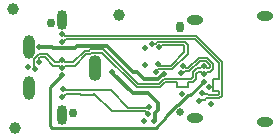
<source format=gbl>
G04*
G04 #@! TF.GenerationSoftware,Altium Limited,Altium Designer,21.2.2 (38)*
G04*
G04 Layer_Physical_Order=4*
G04 Layer_Color=16711680*
%FSLAX44Y44*%
%MOMM*%
G71*
G04*
G04 #@! TF.SameCoordinates,7EED97F9-7E78-47C0-A540-625CDB9FC899*
G04*
G04*
G04 #@! TF.FilePolarity,Positive*
G04*
G01*
G75*
%ADD29C,1.0000*%
%ADD30C,0.3048*%
%ADD31C,0.2159*%
%ADD32O,0.6500X0.9500*%
%ADD33O,1.4000X0.8000*%
%ADD34C,0.6500*%
%ADD35C,0.7500*%
%ADD36O,0.8500X1.7000*%
%ADD37O,1.0000X2.0000*%
%ADD38O,1.1000X2.2000*%
%ADD39C,0.5000*%
%ADD49C,0.1414*%
D29*
X111327Y117441D02*
D03*
X21562Y122763D02*
D03*
X23311Y22313D02*
D03*
D30*
X105663Y69127D02*
Y69239D01*
Y69127D02*
X123315Y51474D01*
X144375Y37372D02*
Y43160D01*
X141851Y34848D02*
X144375Y37372D01*
X141478Y27851D02*
X141851Y28224D01*
Y34848D01*
X132471Y63472D02*
X144697D01*
X149017Y67793D02*
X149545D01*
X144697Y63472D02*
X149017Y67793D01*
X126603Y69340D02*
X132471Y63472D01*
X123770Y69340D02*
X126603D01*
X101154Y91956D02*
X123770Y69340D01*
X76063Y91956D02*
X101154D01*
X123315Y51474D02*
X136060D01*
X144375Y43160D01*
X55599Y90123D02*
X74230D01*
X44021Y90860D02*
X54862D01*
X55599Y90123D01*
X74230D02*
X76063Y91956D01*
D31*
X142666Y22540D02*
X151839Y31713D01*
Y32064D02*
X161013Y41237D01*
X161363D02*
X170161Y50035D01*
X161013Y41237D02*
X161363D01*
X54878Y22540D02*
X142666D01*
X151839Y31713D02*
Y32064D01*
X170161Y50035D02*
X172188D01*
X53613Y23804D02*
X54878Y22540D01*
X183280Y61127D02*
Y61487D01*
X172188Y50035D02*
X183280Y61127D01*
X53613Y23804D02*
Y56851D01*
X63397Y66635D01*
D32*
X163227Y107892D02*
D03*
D33*
X175727Y30592D02*
D03*
Y113192D02*
D03*
X235227Y116792D02*
D03*
Y26992D02*
D03*
D34*
X163227Y35892D02*
D03*
D35*
X54034Y111402D02*
D03*
X72534Y35202D02*
D03*
D36*
X63234Y33202D02*
D03*
X63234Y113402D02*
D03*
D37*
X35234Y55802D02*
D03*
Y90802D02*
D03*
D38*
X91234Y73302D02*
D03*
D39*
X133749Y75747D02*
D03*
X164929Y51017D02*
D03*
X187469Y56534D02*
D03*
X189841Y42846D02*
D03*
X105663Y69239D02*
D03*
X34527Y73456D02*
D03*
X132823Y28187D02*
D03*
X133686Y89839D02*
D03*
X137290Y40052D02*
D03*
X136278Y33607D02*
D03*
X141478Y27851D02*
D03*
X63628Y48676D02*
D03*
X64026Y55187D02*
D03*
X40436Y72116D02*
D03*
X43719Y77753D02*
D03*
X44021Y90860D02*
D03*
X63206Y79680D02*
D03*
Y73156D02*
D03*
X63397Y66635D02*
D03*
X63627Y101691D02*
D03*
X63825Y95163D02*
D03*
X179819Y45351D02*
D03*
X182131Y51871D02*
D03*
X183280Y61487D02*
D03*
X149545Y67793D02*
D03*
X183425Y68010D02*
D03*
X164562Y68515D02*
D03*
X143223Y69401D02*
D03*
X183212Y74530D02*
D03*
X165443Y74979D02*
D03*
X144265Y76413D02*
D03*
X145541Y90401D02*
D03*
X139517Y92908D02*
D03*
D49*
X136612Y39374D02*
X137290Y40052D01*
X134164Y39374D02*
X136612D01*
X105605Y36297D02*
X133770D01*
X90649Y51253D02*
X105605Y36297D01*
X136278Y33607D02*
Y33789D01*
X133770Y38981D02*
X134164Y39374D01*
X133770Y36297D02*
X136278Y33789D01*
X119466Y38981D02*
X133770D01*
X90649Y53937D02*
X104509D01*
X119466Y38981D01*
X69075Y53937D02*
X90649D01*
X64713Y54501D02*
X68511D01*
X64598Y48676D02*
X67176Y51253D01*
X63628Y48676D02*
X64598D01*
X67176Y51253D02*
X69480D01*
X64026Y55187D02*
X64713Y54501D01*
X68511D02*
X69075Y53937D01*
X89271Y51253D02*
X90649D01*
X89271Y50512D02*
Y51253D01*
X79729Y50512D02*
X89271D01*
X79729D02*
Y51253D01*
X69480D02*
X79729D01*
X170417Y60886D02*
X174124D01*
X170417Y56810D02*
Y60886D01*
X160875Y56810D02*
X170417D01*
X160875D02*
Y60886D01*
X150627D02*
X160875D01*
X196165Y50724D02*
Y53758D01*
X191498D02*
X196165D01*
X191498D02*
Y63300D01*
X196165D01*
Y73548D01*
X198849D02*
Y78188D01*
X66446Y97131D02*
X176111D01*
X177222Y99814D02*
X198849Y78188D01*
Y49613D02*
Y73548D01*
X154769Y99814D02*
X177222D01*
X176111Y97131D02*
X196165Y77077D01*
Y73548D02*
Y77077D01*
X143223Y69401D02*
Y70302D01*
X145110Y72190D01*
X143869Y94701D02*
X167271D01*
X142762Y93594D02*
X143869Y94701D01*
X140204Y93594D02*
X142762D01*
X169671Y85180D02*
Y92301D01*
X167271Y94701D02*
X169671Y92301D01*
X156681Y72190D02*
X169671Y85180D01*
X145110Y72190D02*
X156681D01*
X139517Y92908D02*
X140204Y93594D01*
X166159Y92017D02*
X166987Y91189D01*
X148127Y92017D02*
X166159D01*
X146511Y90401D02*
X148127Y92017D01*
X145541Y90401D02*
X146511D01*
X166987Y86291D02*
Y91189D01*
X155569Y74874D02*
X166987Y86291D01*
X146774Y74874D02*
X155569D01*
X145235Y76413D02*
X146774Y74874D01*
X144265Y76413D02*
X145235D01*
X182959Y73684D02*
X183011Y73736D01*
X170229Y72890D02*
X179174Y81835D01*
X165492Y68515D02*
X167183Y70206D01*
X180285Y79151D02*
X185126D01*
X184761Y73736D02*
X185834Y72664D01*
X191345Y72380D02*
Y76728D01*
X171341Y70206D02*
X180285Y79151D01*
X188661Y73492D02*
Y75616D01*
X179174Y81835D02*
X186238D01*
X165975Y74979D02*
X168064Y72890D01*
X165443Y74979D02*
X165975D01*
X183425Y68010D02*
X184076D01*
X167183Y70206D02*
X171341D01*
X164562Y68515D02*
X165492D01*
X186046Y69980D02*
X188945D01*
X168064Y72890D02*
X170229D01*
X188945Y69980D02*
X191345Y72380D01*
X183011Y73736D02*
X184761D01*
X186238Y81835D02*
X191345Y76728D01*
X185126Y79151D02*
X188661Y75616D01*
X185834Y72664D02*
X187833D01*
X188661Y73492D01*
X184076Y68010D02*
X186046Y69980D01*
X185478Y47212D02*
X196448D01*
X195337Y49896D02*
X196165Y50724D01*
X196448Y47212D02*
X198849Y49613D01*
X187458Y49896D02*
X195337D01*
X66248Y99814D02*
X154769D01*
X63627Y101691D02*
X64372D01*
X66248Y99814D01*
X64479Y95163D02*
X66446Y97131D01*
X145195Y59249D02*
X149515Y63570D01*
X146306Y56566D02*
X150627Y60886D01*
X149515Y63570D02*
X173013D01*
X127888Y59249D02*
X145195D01*
X126777Y56566D02*
X146306D01*
X98429Y88709D02*
X127888Y59249D01*
X97317Y86025D02*
X126777Y56566D01*
X174124Y60886D02*
X177088Y63849D01*
X88243Y86025D02*
X97317D01*
X87131Y88709D02*
X98429D01*
X186169Y51185D02*
X187458Y49896D01*
X179819Y45351D02*
X180505Y46037D01*
X182131Y51871D02*
X182817Y51185D01*
X184303Y46037D02*
X185478Y47212D01*
X180505Y46037D02*
X184303D01*
X182817Y51185D02*
X186169D01*
X63825Y95163D02*
X64479D01*
X180804Y69876D02*
X183048Y67632D01*
X177088Y68159D02*
X178804Y69876D01*
X177088Y63849D02*
Y68159D01*
X174404Y69271D02*
X177693Y72560D01*
X173013Y63570D02*
X174404Y64961D01*
X181716Y73684D02*
X182959D01*
X180591Y72560D02*
X181716Y73684D01*
X183212Y73431D02*
Y74530D01*
X178804Y69876D02*
X180804D01*
X174404Y64961D02*
Y69271D01*
X177693Y72560D02*
X180591D01*
X87122Y84905D02*
X88243Y86025D01*
X84050Y84905D02*
X87122D01*
X74221Y75076D02*
X84050Y84905D01*
X49218Y82050D02*
X56192Y75076D01*
X60585D01*
X65828Y75076D02*
X74221D01*
X44785Y82050D02*
X49218D01*
X43957Y77991D02*
Y81222D01*
X44785Y82050D01*
X43719Y77753D02*
X43957Y77991D01*
X63907Y73156D02*
X65828Y75076D01*
X63206Y73156D02*
X63907D01*
X60585Y75076D02*
X62505Y73156D01*
X63206D01*
X86010Y87588D02*
X87131Y88709D01*
X73110Y77760D02*
X82938Y87588D01*
X86010D01*
X63907Y79680D02*
X65828Y77760D01*
X63206Y79680D02*
X63907D01*
X65828Y77760D02*
X73110D01*
X43674Y84734D02*
X50329D01*
X57304Y77760D01*
X39496Y80556D02*
X43674Y84734D01*
X62505Y79680D02*
X63206D01*
X60585Y77760D02*
X62505Y79680D01*
X57304Y77760D02*
X60585D01*
X39496Y76004D02*
X39750Y75750D01*
Y72802D02*
Y75750D01*
X39496Y76004D02*
Y80556D01*
X39750Y72802D02*
X40436Y72116D01*
M02*

</source>
